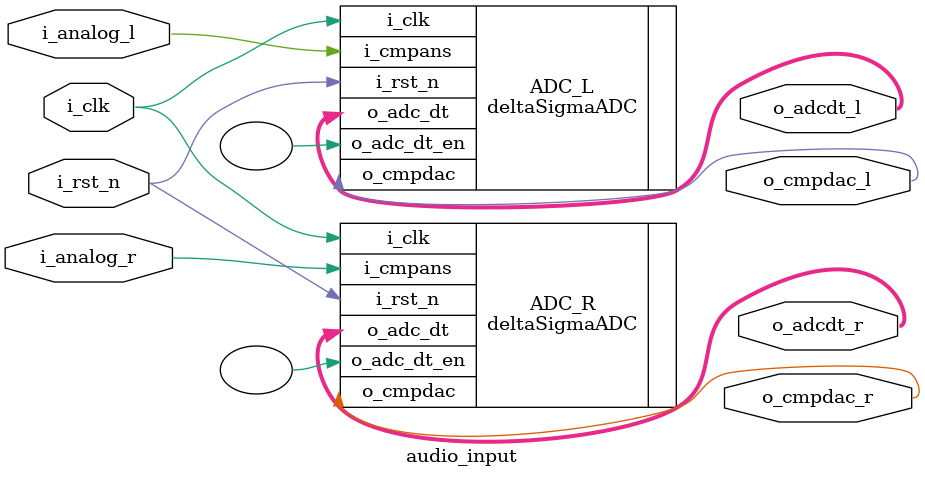
<source format=v>
/*============================================================================*/
/*
 * @file    audio_input.v
 * @brief   ADC Wrapper
 * @note    
 * @date    2018/06/06
 * @author  kingyo
 */
/*============================================================================*/
module audio_input (
    input           i_clk,
    input           i_rst_n,
    input           i_analog_l,
    input           i_analog_r,
    output          o_cmpdac_l,
    output          o_cmpdac_r,
    output  [9:0]   o_adcdt_l,
    output  [9:0]   o_adcdt_r
    );

    
    deltaSigmaADC ADC_L (
        .i_clk ( i_clk ),
        .i_rst_n ( i_rst_n ),
        .i_cmpans ( i_analog_l ),
        .o_cmpdac ( o_cmpdac_l ),
        .o_adc_dt ( o_adcdt_l[9:0] ),
        .o_adc_dt_en (  )
    );
    
    deltaSigmaADC ADC_R (
        .i_clk ( i_clk ),
        .i_rst_n ( i_rst_n ),
        .i_cmpans ( i_analog_r ),
        .o_cmpdac ( o_cmpdac_r ),
        .o_adc_dt ( o_adcdt_r[9:0] ),
        .o_adc_dt_en (  )
    );
    
endmodule
</source>
